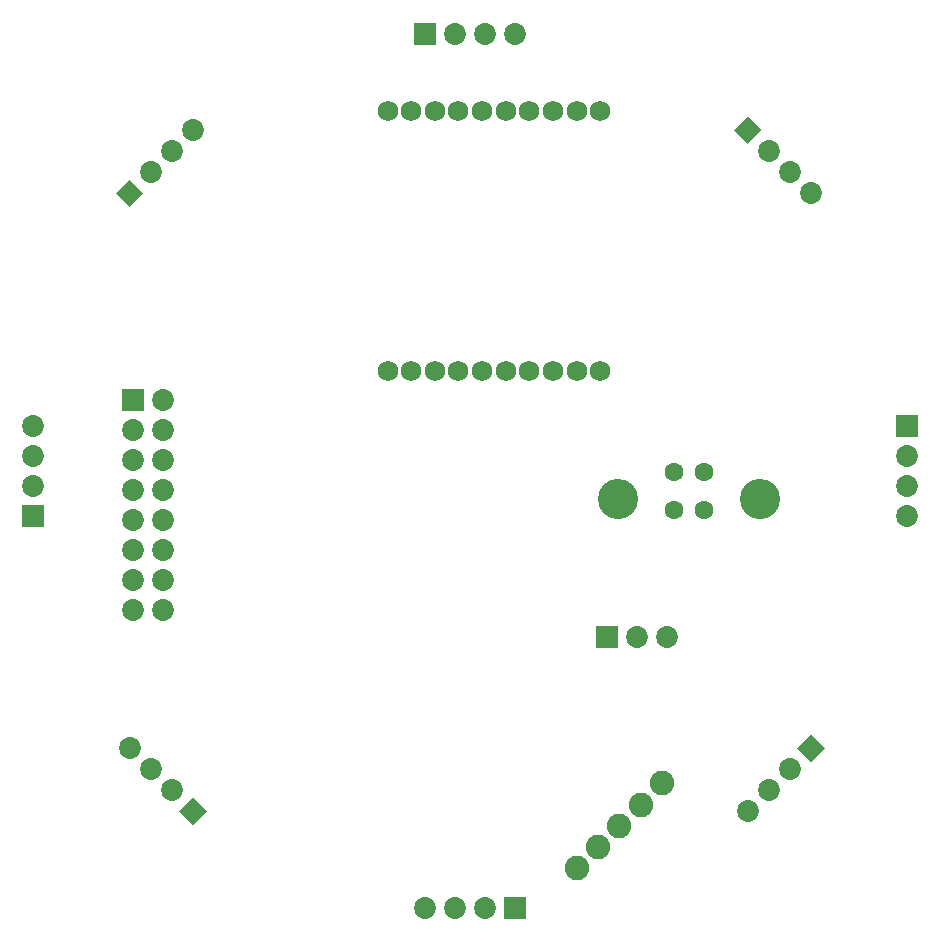
<source format=gbs>
G04 ---------------------------- Layer name :BOTTOM SOLDER LAYER*
G04 easyEDA 0.1*
G04 Scale: 100 percent, Rotated: No, Reflected: No *
G04 Dimensions in inches *
G04 leading zeros omitted , absolute positions ,2 integer and 4 * 
%FSLAX24Y24*%
%MOIN*%
G90*
G70D02*

%ADD12C,0.082000*%
%ADD14R,0.073000X0.073000*%
%ADD15C,0.073000*%
%ADD17C,0.068000*%
%ADD19C,0.133984*%
%ADD21C,0.063118*%

%LPD*%
G54D12*
G01X-580700Y671000D03*
G01X-579992Y671707D03*
G01X-579285Y672415D03*
G01X-578578Y673121D03*
G01X-577871Y673829D03*
G54D14*
G01X-579700Y678700D03*
G54D15*
G01X-578700Y678700D03*
G01X-577700Y678700D03*
G54D17*
G01X-587010Y696230D03*
G01X-586230Y696230D03*
G01X-585440Y696230D03*
G01X-584650Y696230D03*
G01X-583860Y696230D03*
G01X-583080Y696230D03*
G01X-582290Y696230D03*
G01X-581500Y696230D03*
G01X-580710Y696230D03*
G01X-579930Y696230D03*
G01X-587010Y687570D03*
G01X-586230Y687570D03*
G01X-585440Y687570D03*
G01X-584650Y687570D03*
G01X-583860Y687570D03*
G01X-583080Y687570D03*
G01X-582290Y687570D03*
G01X-581500Y687570D03*
G01X-580710Y687570D03*
G01X-579930Y687570D03*
G54D14*
G01X-595500Y686599D03*
G54D15*
G01X-595500Y685599D03*
G01X-595500Y684599D03*
G01X-595500Y683599D03*
G01X-595500Y682599D03*
G01X-595500Y681599D03*
G01X-595500Y680599D03*
G01X-595500Y679599D03*
G01X-594500Y679599D03*
G01X-594500Y680599D03*
G01X-594500Y681599D03*
G01X-594500Y682599D03*
G01X-594500Y683599D03*
G01X-594500Y684599D03*
G01X-594500Y685599D03*
G01X-594500Y686599D03*
G54D19*
G01X-574600Y683300D03*
G01X-579340Y683300D03*
G54D21*
G01X-576470Y684205D03*
G01X-576470Y682925D03*
G01X-577470Y682925D03*
G01X-577470Y684205D03*
G54D14*
G01X-585752Y698819D03*
G54D15*
G01X-584752Y698819D03*
G01X-583752Y698819D03*
G01X-582752Y698819D03*
G36*
G01X-595612Y693030D02*
G01X-596071Y693490D01*
G01X-595612Y693949D01*
G01X-595152Y693490D01*
G01X-595612Y693030D01*
G37*
G01X-594905Y694196D03*
G01X-594198Y694904D03*
G01X-593491Y695611D03*
G54D14*
G01X-598819Y682752D03*
G54D15*
G01X-598819Y683752D03*
G01X-598819Y684752D03*
G01X-598819Y685752D03*
G36*
G01X-593030Y672892D02*
G01X-593490Y672432D01*
G01X-593949Y672892D01*
G01X-593490Y673351D01*
G01X-593030Y672892D01*
G37*
G01X-594196Y673599D03*
G01X-594904Y674306D03*
G01X-595611Y675013D03*
G54D14*
G01X-582752Y669685D03*
G54D15*
G01X-583752Y669685D03*
G01X-584752Y669685D03*
G01X-585752Y669685D03*
G36*
G01X-572891Y675473D02*
G01X-572432Y675013D01*
G01X-572891Y674554D01*
G01X-573351Y675013D01*
G01X-572891Y675473D01*
G37*
G01X-573599Y674307D03*
G01X-574306Y673599D03*
G01X-575013Y672892D03*
G54D14*
G01X-569685Y685752D03*
G54D15*
G01X-569685Y684752D03*
G01X-569685Y683752D03*
G01X-569685Y682752D03*
G36*
G01X-575473Y695612D02*
G01X-575014Y696071D01*
G01X-574554Y695612D01*
G01X-575014Y695152D01*
G01X-575473Y695612D01*
G37*
G01X-574307Y694905D03*
G01X-573600Y694198D03*
G01X-572893Y693491D03*

M00*
M02*
</source>
